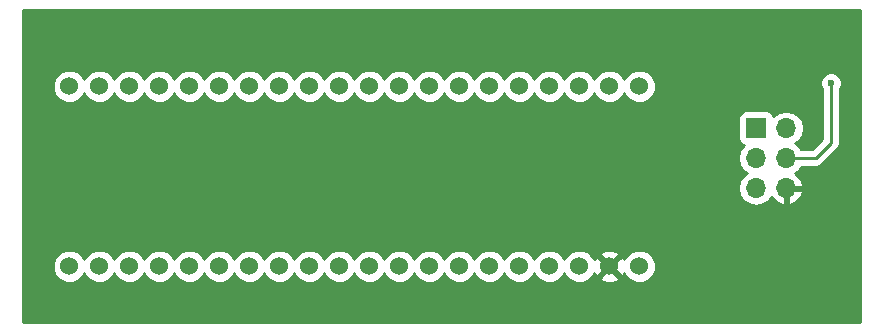
<source format=gtl>
G04 #@! TF.FileFunction,Copper,L1,Top,Signal*
%FSLAX46Y46*%
G04 Gerber Fmt 4.6, Leading zero omitted, Abs format (unit mm)*
G04 Created by KiCad (PCBNEW 4.0.6) date Mon Apr 17 18:07:37 2017*
%MOMM*%
%LPD*%
G01*
G04 APERTURE LIST*
%ADD10C,0.100000*%
%ADD11R,1.700000X1.700000*%
%ADD12O,1.700000X1.700000*%
%ADD13C,1.524000*%
%ADD14C,0.600000*%
%ADD15C,0.250000*%
%ADD16C,0.254000*%
G04 APERTURE END LIST*
D10*
D11*
X226060000Y-113030000D03*
D12*
X228600000Y-113030000D03*
X226060000Y-115570000D03*
X228600000Y-115570000D03*
X226060000Y-118110000D03*
X228600000Y-118110000D03*
D13*
X167915001Y-124735001D03*
X170455001Y-124735001D03*
X172995001Y-124735001D03*
X175535001Y-124735001D03*
X178075001Y-124735001D03*
X180615001Y-124735001D03*
X183155001Y-124735001D03*
X185695001Y-124735001D03*
X188235001Y-124735001D03*
X190775001Y-124735001D03*
X193315001Y-124735001D03*
X195855001Y-124735001D03*
X198395001Y-124735001D03*
X200935001Y-124735001D03*
X203475001Y-124735001D03*
X206015001Y-124735001D03*
X208555001Y-124735001D03*
X211095001Y-124735001D03*
X213635001Y-124735001D03*
X216175001Y-124735001D03*
X216175001Y-109495001D03*
X213635001Y-109495001D03*
X211095001Y-109495001D03*
X208555001Y-109495001D03*
X206015001Y-109495001D03*
X203475001Y-109495001D03*
X200935001Y-109495001D03*
X198395001Y-109495001D03*
X195855001Y-109495001D03*
X193315001Y-109495001D03*
X190775001Y-109495001D03*
X188235001Y-109495001D03*
X185695001Y-109495001D03*
X183155001Y-109495001D03*
X180615001Y-109495001D03*
X178075001Y-109495001D03*
X175535001Y-109495001D03*
X172995001Y-109495001D03*
X170455001Y-109495001D03*
X167915001Y-109495001D03*
D14*
X232410000Y-109220000D03*
D15*
X231140000Y-115570000D02*
X228600000Y-115570000D01*
X232410000Y-114300000D02*
X231140000Y-115570000D01*
X232410000Y-109220000D02*
X232410000Y-114300000D01*
D16*
G36*
X234823000Y-129413000D02*
X163957000Y-129413000D01*
X163957000Y-125011662D01*
X166517759Y-125011662D01*
X166729991Y-125525304D01*
X167122631Y-125918630D01*
X167635901Y-126131758D01*
X168191662Y-126132243D01*
X168705304Y-125920011D01*
X169098630Y-125527371D01*
X169184950Y-125319489D01*
X169269991Y-125525304D01*
X169662631Y-125918630D01*
X170175901Y-126131758D01*
X170731662Y-126132243D01*
X171245304Y-125920011D01*
X171638630Y-125527371D01*
X171724950Y-125319489D01*
X171809991Y-125525304D01*
X172202631Y-125918630D01*
X172715901Y-126131758D01*
X173271662Y-126132243D01*
X173785304Y-125920011D01*
X174178630Y-125527371D01*
X174264950Y-125319489D01*
X174349991Y-125525304D01*
X174742631Y-125918630D01*
X175255901Y-126131758D01*
X175811662Y-126132243D01*
X176325304Y-125920011D01*
X176718630Y-125527371D01*
X176804950Y-125319489D01*
X176889991Y-125525304D01*
X177282631Y-125918630D01*
X177795901Y-126131758D01*
X178351662Y-126132243D01*
X178865304Y-125920011D01*
X179258630Y-125527371D01*
X179344950Y-125319489D01*
X179429991Y-125525304D01*
X179822631Y-125918630D01*
X180335901Y-126131758D01*
X180891662Y-126132243D01*
X181405304Y-125920011D01*
X181798630Y-125527371D01*
X181884950Y-125319489D01*
X181969991Y-125525304D01*
X182362631Y-125918630D01*
X182875901Y-126131758D01*
X183431662Y-126132243D01*
X183945304Y-125920011D01*
X184338630Y-125527371D01*
X184424950Y-125319489D01*
X184509991Y-125525304D01*
X184902631Y-125918630D01*
X185415901Y-126131758D01*
X185971662Y-126132243D01*
X186485304Y-125920011D01*
X186878630Y-125527371D01*
X186964950Y-125319489D01*
X187049991Y-125525304D01*
X187442631Y-125918630D01*
X187955901Y-126131758D01*
X188511662Y-126132243D01*
X189025304Y-125920011D01*
X189418630Y-125527371D01*
X189504950Y-125319489D01*
X189589991Y-125525304D01*
X189982631Y-125918630D01*
X190495901Y-126131758D01*
X191051662Y-126132243D01*
X191565304Y-125920011D01*
X191958630Y-125527371D01*
X192044950Y-125319489D01*
X192129991Y-125525304D01*
X192522631Y-125918630D01*
X193035901Y-126131758D01*
X193591662Y-126132243D01*
X194105304Y-125920011D01*
X194498630Y-125527371D01*
X194584950Y-125319489D01*
X194669991Y-125525304D01*
X195062631Y-125918630D01*
X195575901Y-126131758D01*
X196131662Y-126132243D01*
X196645304Y-125920011D01*
X197038630Y-125527371D01*
X197124950Y-125319489D01*
X197209991Y-125525304D01*
X197602631Y-125918630D01*
X198115901Y-126131758D01*
X198671662Y-126132243D01*
X199185304Y-125920011D01*
X199578630Y-125527371D01*
X199664950Y-125319489D01*
X199749991Y-125525304D01*
X200142631Y-125918630D01*
X200655901Y-126131758D01*
X201211662Y-126132243D01*
X201725304Y-125920011D01*
X202118630Y-125527371D01*
X202204950Y-125319489D01*
X202289991Y-125525304D01*
X202682631Y-125918630D01*
X203195901Y-126131758D01*
X203751662Y-126132243D01*
X204265304Y-125920011D01*
X204658630Y-125527371D01*
X204744950Y-125319489D01*
X204829991Y-125525304D01*
X205222631Y-125918630D01*
X205735901Y-126131758D01*
X206291662Y-126132243D01*
X206805304Y-125920011D01*
X207198630Y-125527371D01*
X207284950Y-125319489D01*
X207369991Y-125525304D01*
X207762631Y-125918630D01*
X208275901Y-126131758D01*
X208831662Y-126132243D01*
X209345304Y-125920011D01*
X209738630Y-125527371D01*
X209824950Y-125319489D01*
X209909991Y-125525304D01*
X210302631Y-125918630D01*
X210815901Y-126131758D01*
X211371662Y-126132243D01*
X211885304Y-125920011D01*
X212090458Y-125715214D01*
X212834393Y-125715214D01*
X212903858Y-125957398D01*
X213427303Y-126144145D01*
X213982369Y-126116363D01*
X214366144Y-125957398D01*
X214435609Y-125715214D01*
X213635001Y-124914606D01*
X212834393Y-125715214D01*
X212090458Y-125715214D01*
X212278630Y-125527371D01*
X212358396Y-125335274D01*
X212412604Y-125466144D01*
X212654788Y-125535609D01*
X213455396Y-124735001D01*
X213814606Y-124735001D01*
X214615214Y-125535609D01*
X214857398Y-125466144D01*
X214907510Y-125325683D01*
X214989991Y-125525304D01*
X215382631Y-125918630D01*
X215895901Y-126131758D01*
X216451662Y-126132243D01*
X216965304Y-125920011D01*
X217358630Y-125527371D01*
X217571758Y-125014101D01*
X217572243Y-124458340D01*
X217360011Y-123944698D01*
X216967371Y-123551372D01*
X216454101Y-123338244D01*
X215898340Y-123337759D01*
X215384698Y-123549991D01*
X214991372Y-123942631D01*
X214911606Y-124134728D01*
X214857398Y-124003858D01*
X214615214Y-123934393D01*
X213814606Y-124735001D01*
X213455396Y-124735001D01*
X212654788Y-123934393D01*
X212412604Y-124003858D01*
X212362492Y-124144319D01*
X212280011Y-123944698D01*
X212090433Y-123754788D01*
X212834393Y-123754788D01*
X213635001Y-124555396D01*
X214435609Y-123754788D01*
X214366144Y-123512604D01*
X213842699Y-123325857D01*
X213287633Y-123353639D01*
X212903858Y-123512604D01*
X212834393Y-123754788D01*
X212090433Y-123754788D01*
X211887371Y-123551372D01*
X211374101Y-123338244D01*
X210818340Y-123337759D01*
X210304698Y-123549991D01*
X209911372Y-123942631D01*
X209825052Y-124150513D01*
X209740011Y-123944698D01*
X209347371Y-123551372D01*
X208834101Y-123338244D01*
X208278340Y-123337759D01*
X207764698Y-123549991D01*
X207371372Y-123942631D01*
X207285052Y-124150513D01*
X207200011Y-123944698D01*
X206807371Y-123551372D01*
X206294101Y-123338244D01*
X205738340Y-123337759D01*
X205224698Y-123549991D01*
X204831372Y-123942631D01*
X204745052Y-124150513D01*
X204660011Y-123944698D01*
X204267371Y-123551372D01*
X203754101Y-123338244D01*
X203198340Y-123337759D01*
X202684698Y-123549991D01*
X202291372Y-123942631D01*
X202205052Y-124150513D01*
X202120011Y-123944698D01*
X201727371Y-123551372D01*
X201214101Y-123338244D01*
X200658340Y-123337759D01*
X200144698Y-123549991D01*
X199751372Y-123942631D01*
X199665052Y-124150513D01*
X199580011Y-123944698D01*
X199187371Y-123551372D01*
X198674101Y-123338244D01*
X198118340Y-123337759D01*
X197604698Y-123549991D01*
X197211372Y-123942631D01*
X197125052Y-124150513D01*
X197040011Y-123944698D01*
X196647371Y-123551372D01*
X196134101Y-123338244D01*
X195578340Y-123337759D01*
X195064698Y-123549991D01*
X194671372Y-123942631D01*
X194585052Y-124150513D01*
X194500011Y-123944698D01*
X194107371Y-123551372D01*
X193594101Y-123338244D01*
X193038340Y-123337759D01*
X192524698Y-123549991D01*
X192131372Y-123942631D01*
X192045052Y-124150513D01*
X191960011Y-123944698D01*
X191567371Y-123551372D01*
X191054101Y-123338244D01*
X190498340Y-123337759D01*
X189984698Y-123549991D01*
X189591372Y-123942631D01*
X189505052Y-124150513D01*
X189420011Y-123944698D01*
X189027371Y-123551372D01*
X188514101Y-123338244D01*
X187958340Y-123337759D01*
X187444698Y-123549991D01*
X187051372Y-123942631D01*
X186965052Y-124150513D01*
X186880011Y-123944698D01*
X186487371Y-123551372D01*
X185974101Y-123338244D01*
X185418340Y-123337759D01*
X184904698Y-123549991D01*
X184511372Y-123942631D01*
X184425052Y-124150513D01*
X184340011Y-123944698D01*
X183947371Y-123551372D01*
X183434101Y-123338244D01*
X182878340Y-123337759D01*
X182364698Y-123549991D01*
X181971372Y-123942631D01*
X181885052Y-124150513D01*
X181800011Y-123944698D01*
X181407371Y-123551372D01*
X180894101Y-123338244D01*
X180338340Y-123337759D01*
X179824698Y-123549991D01*
X179431372Y-123942631D01*
X179345052Y-124150513D01*
X179260011Y-123944698D01*
X178867371Y-123551372D01*
X178354101Y-123338244D01*
X177798340Y-123337759D01*
X177284698Y-123549991D01*
X176891372Y-123942631D01*
X176805052Y-124150513D01*
X176720011Y-123944698D01*
X176327371Y-123551372D01*
X175814101Y-123338244D01*
X175258340Y-123337759D01*
X174744698Y-123549991D01*
X174351372Y-123942631D01*
X174265052Y-124150513D01*
X174180011Y-123944698D01*
X173787371Y-123551372D01*
X173274101Y-123338244D01*
X172718340Y-123337759D01*
X172204698Y-123549991D01*
X171811372Y-123942631D01*
X171725052Y-124150513D01*
X171640011Y-123944698D01*
X171247371Y-123551372D01*
X170734101Y-123338244D01*
X170178340Y-123337759D01*
X169664698Y-123549991D01*
X169271372Y-123942631D01*
X169185052Y-124150513D01*
X169100011Y-123944698D01*
X168707371Y-123551372D01*
X168194101Y-123338244D01*
X167638340Y-123337759D01*
X167124698Y-123549991D01*
X166731372Y-123942631D01*
X166518244Y-124455901D01*
X166517759Y-125011662D01*
X163957000Y-125011662D01*
X163957000Y-115570000D01*
X224545907Y-115570000D01*
X224658946Y-116138285D01*
X224980853Y-116620054D01*
X225310026Y-116840000D01*
X224980853Y-117059946D01*
X224658946Y-117541715D01*
X224545907Y-118110000D01*
X224658946Y-118678285D01*
X224980853Y-119160054D01*
X225462622Y-119481961D01*
X226030907Y-119595000D01*
X226089093Y-119595000D01*
X226657378Y-119481961D01*
X227139147Y-119160054D01*
X227328345Y-118876899D01*
X227328355Y-118876924D01*
X227718642Y-119305183D01*
X228243108Y-119551486D01*
X228473000Y-119430819D01*
X228473000Y-118237000D01*
X228727000Y-118237000D01*
X228727000Y-119430819D01*
X228956892Y-119551486D01*
X229481358Y-119305183D01*
X229871645Y-118876924D01*
X230041476Y-118466890D01*
X229920155Y-118237000D01*
X228727000Y-118237000D01*
X228473000Y-118237000D01*
X228453000Y-118237000D01*
X228453000Y-117983000D01*
X228473000Y-117983000D01*
X228473000Y-117963000D01*
X228727000Y-117963000D01*
X228727000Y-117983000D01*
X229920155Y-117983000D01*
X230041476Y-117753110D01*
X229871645Y-117343076D01*
X229481358Y-116914817D01*
X229338447Y-116847702D01*
X229679147Y-116620054D01*
X229872954Y-116330000D01*
X231140000Y-116330000D01*
X231430839Y-116272148D01*
X231677401Y-116107401D01*
X232947401Y-114837401D01*
X233112148Y-114590840D01*
X233170000Y-114300000D01*
X233170000Y-109782463D01*
X233202192Y-109750327D01*
X233344838Y-109406799D01*
X233345162Y-109034833D01*
X233203117Y-108691057D01*
X232940327Y-108427808D01*
X232596799Y-108285162D01*
X232224833Y-108284838D01*
X231881057Y-108426883D01*
X231617808Y-108689673D01*
X231475162Y-109033201D01*
X231474838Y-109405167D01*
X231616883Y-109748943D01*
X231650000Y-109782118D01*
X231650000Y-113985198D01*
X230825198Y-114810000D01*
X229872954Y-114810000D01*
X229679147Y-114519946D01*
X229349974Y-114300000D01*
X229679147Y-114080054D01*
X230001054Y-113598285D01*
X230114093Y-113030000D01*
X230001054Y-112461715D01*
X229679147Y-111979946D01*
X229197378Y-111658039D01*
X228629093Y-111545000D01*
X228570907Y-111545000D01*
X228002622Y-111658039D01*
X227520853Y-111979946D01*
X227520029Y-111981179D01*
X227513162Y-111944683D01*
X227374090Y-111728559D01*
X227161890Y-111583569D01*
X226910000Y-111532560D01*
X225210000Y-111532560D01*
X224974683Y-111576838D01*
X224758559Y-111715910D01*
X224613569Y-111928110D01*
X224562560Y-112180000D01*
X224562560Y-113880000D01*
X224606838Y-114115317D01*
X224745910Y-114331441D01*
X224958110Y-114476431D01*
X225025541Y-114490086D01*
X224980853Y-114519946D01*
X224658946Y-115001715D01*
X224545907Y-115570000D01*
X163957000Y-115570000D01*
X163957000Y-109771662D01*
X166517759Y-109771662D01*
X166729991Y-110285304D01*
X167122631Y-110678630D01*
X167635901Y-110891758D01*
X168191662Y-110892243D01*
X168705304Y-110680011D01*
X169098630Y-110287371D01*
X169184950Y-110079489D01*
X169269991Y-110285304D01*
X169662631Y-110678630D01*
X170175901Y-110891758D01*
X170731662Y-110892243D01*
X171245304Y-110680011D01*
X171638630Y-110287371D01*
X171724950Y-110079489D01*
X171809991Y-110285304D01*
X172202631Y-110678630D01*
X172715901Y-110891758D01*
X173271662Y-110892243D01*
X173785304Y-110680011D01*
X174178630Y-110287371D01*
X174264950Y-110079489D01*
X174349991Y-110285304D01*
X174742631Y-110678630D01*
X175255901Y-110891758D01*
X175811662Y-110892243D01*
X176325304Y-110680011D01*
X176718630Y-110287371D01*
X176804950Y-110079489D01*
X176889991Y-110285304D01*
X177282631Y-110678630D01*
X177795901Y-110891758D01*
X178351662Y-110892243D01*
X178865304Y-110680011D01*
X179258630Y-110287371D01*
X179344950Y-110079489D01*
X179429991Y-110285304D01*
X179822631Y-110678630D01*
X180335901Y-110891758D01*
X180891662Y-110892243D01*
X181405304Y-110680011D01*
X181798630Y-110287371D01*
X181884950Y-110079489D01*
X181969991Y-110285304D01*
X182362631Y-110678630D01*
X182875901Y-110891758D01*
X183431662Y-110892243D01*
X183945304Y-110680011D01*
X184338630Y-110287371D01*
X184424950Y-110079489D01*
X184509991Y-110285304D01*
X184902631Y-110678630D01*
X185415901Y-110891758D01*
X185971662Y-110892243D01*
X186485304Y-110680011D01*
X186878630Y-110287371D01*
X186964950Y-110079489D01*
X187049991Y-110285304D01*
X187442631Y-110678630D01*
X187955901Y-110891758D01*
X188511662Y-110892243D01*
X189025304Y-110680011D01*
X189418630Y-110287371D01*
X189504950Y-110079489D01*
X189589991Y-110285304D01*
X189982631Y-110678630D01*
X190495901Y-110891758D01*
X191051662Y-110892243D01*
X191565304Y-110680011D01*
X191958630Y-110287371D01*
X192044950Y-110079489D01*
X192129991Y-110285304D01*
X192522631Y-110678630D01*
X193035901Y-110891758D01*
X193591662Y-110892243D01*
X194105304Y-110680011D01*
X194498630Y-110287371D01*
X194584950Y-110079489D01*
X194669991Y-110285304D01*
X195062631Y-110678630D01*
X195575901Y-110891758D01*
X196131662Y-110892243D01*
X196645304Y-110680011D01*
X197038630Y-110287371D01*
X197124950Y-110079489D01*
X197209991Y-110285304D01*
X197602631Y-110678630D01*
X198115901Y-110891758D01*
X198671662Y-110892243D01*
X199185304Y-110680011D01*
X199578630Y-110287371D01*
X199664950Y-110079489D01*
X199749991Y-110285304D01*
X200142631Y-110678630D01*
X200655901Y-110891758D01*
X201211662Y-110892243D01*
X201725304Y-110680011D01*
X202118630Y-110287371D01*
X202204950Y-110079489D01*
X202289991Y-110285304D01*
X202682631Y-110678630D01*
X203195901Y-110891758D01*
X203751662Y-110892243D01*
X204265304Y-110680011D01*
X204658630Y-110287371D01*
X204744950Y-110079489D01*
X204829991Y-110285304D01*
X205222631Y-110678630D01*
X205735901Y-110891758D01*
X206291662Y-110892243D01*
X206805304Y-110680011D01*
X207198630Y-110287371D01*
X207284950Y-110079489D01*
X207369991Y-110285304D01*
X207762631Y-110678630D01*
X208275901Y-110891758D01*
X208831662Y-110892243D01*
X209345304Y-110680011D01*
X209738630Y-110287371D01*
X209824950Y-110079489D01*
X209909991Y-110285304D01*
X210302631Y-110678630D01*
X210815901Y-110891758D01*
X211371662Y-110892243D01*
X211885304Y-110680011D01*
X212278630Y-110287371D01*
X212364950Y-110079489D01*
X212449991Y-110285304D01*
X212842631Y-110678630D01*
X213355901Y-110891758D01*
X213911662Y-110892243D01*
X214425304Y-110680011D01*
X214818630Y-110287371D01*
X214904950Y-110079489D01*
X214989991Y-110285304D01*
X215382631Y-110678630D01*
X215895901Y-110891758D01*
X216451662Y-110892243D01*
X216965304Y-110680011D01*
X217358630Y-110287371D01*
X217571758Y-109774101D01*
X217572243Y-109218340D01*
X217360011Y-108704698D01*
X216967371Y-108311372D01*
X216454101Y-108098244D01*
X215898340Y-108097759D01*
X215384698Y-108309991D01*
X214991372Y-108702631D01*
X214905052Y-108910513D01*
X214820011Y-108704698D01*
X214427371Y-108311372D01*
X213914101Y-108098244D01*
X213358340Y-108097759D01*
X212844698Y-108309991D01*
X212451372Y-108702631D01*
X212365052Y-108910513D01*
X212280011Y-108704698D01*
X211887371Y-108311372D01*
X211374101Y-108098244D01*
X210818340Y-108097759D01*
X210304698Y-108309991D01*
X209911372Y-108702631D01*
X209825052Y-108910513D01*
X209740011Y-108704698D01*
X209347371Y-108311372D01*
X208834101Y-108098244D01*
X208278340Y-108097759D01*
X207764698Y-108309991D01*
X207371372Y-108702631D01*
X207285052Y-108910513D01*
X207200011Y-108704698D01*
X206807371Y-108311372D01*
X206294101Y-108098244D01*
X205738340Y-108097759D01*
X205224698Y-108309991D01*
X204831372Y-108702631D01*
X204745052Y-108910513D01*
X204660011Y-108704698D01*
X204267371Y-108311372D01*
X203754101Y-108098244D01*
X203198340Y-108097759D01*
X202684698Y-108309991D01*
X202291372Y-108702631D01*
X202205052Y-108910513D01*
X202120011Y-108704698D01*
X201727371Y-108311372D01*
X201214101Y-108098244D01*
X200658340Y-108097759D01*
X200144698Y-108309991D01*
X199751372Y-108702631D01*
X199665052Y-108910513D01*
X199580011Y-108704698D01*
X199187371Y-108311372D01*
X198674101Y-108098244D01*
X198118340Y-108097759D01*
X197604698Y-108309991D01*
X197211372Y-108702631D01*
X197125052Y-108910513D01*
X197040011Y-108704698D01*
X196647371Y-108311372D01*
X196134101Y-108098244D01*
X195578340Y-108097759D01*
X195064698Y-108309991D01*
X194671372Y-108702631D01*
X194585052Y-108910513D01*
X194500011Y-108704698D01*
X194107371Y-108311372D01*
X193594101Y-108098244D01*
X193038340Y-108097759D01*
X192524698Y-108309991D01*
X192131372Y-108702631D01*
X192045052Y-108910513D01*
X191960011Y-108704698D01*
X191567371Y-108311372D01*
X191054101Y-108098244D01*
X190498340Y-108097759D01*
X189984698Y-108309991D01*
X189591372Y-108702631D01*
X189505052Y-108910513D01*
X189420011Y-108704698D01*
X189027371Y-108311372D01*
X188514101Y-108098244D01*
X187958340Y-108097759D01*
X187444698Y-108309991D01*
X187051372Y-108702631D01*
X186965052Y-108910513D01*
X186880011Y-108704698D01*
X186487371Y-108311372D01*
X185974101Y-108098244D01*
X185418340Y-108097759D01*
X184904698Y-108309991D01*
X184511372Y-108702631D01*
X184425052Y-108910513D01*
X184340011Y-108704698D01*
X183947371Y-108311372D01*
X183434101Y-108098244D01*
X182878340Y-108097759D01*
X182364698Y-108309991D01*
X181971372Y-108702631D01*
X181885052Y-108910513D01*
X181800011Y-108704698D01*
X181407371Y-108311372D01*
X180894101Y-108098244D01*
X180338340Y-108097759D01*
X179824698Y-108309991D01*
X179431372Y-108702631D01*
X179345052Y-108910513D01*
X179260011Y-108704698D01*
X178867371Y-108311372D01*
X178354101Y-108098244D01*
X177798340Y-108097759D01*
X177284698Y-108309991D01*
X176891372Y-108702631D01*
X176805052Y-108910513D01*
X176720011Y-108704698D01*
X176327371Y-108311372D01*
X175814101Y-108098244D01*
X175258340Y-108097759D01*
X174744698Y-108309991D01*
X174351372Y-108702631D01*
X174265052Y-108910513D01*
X174180011Y-108704698D01*
X173787371Y-108311372D01*
X173274101Y-108098244D01*
X172718340Y-108097759D01*
X172204698Y-108309991D01*
X171811372Y-108702631D01*
X171725052Y-108910513D01*
X171640011Y-108704698D01*
X171247371Y-108311372D01*
X170734101Y-108098244D01*
X170178340Y-108097759D01*
X169664698Y-108309991D01*
X169271372Y-108702631D01*
X169185052Y-108910513D01*
X169100011Y-108704698D01*
X168707371Y-108311372D01*
X168194101Y-108098244D01*
X167638340Y-108097759D01*
X167124698Y-108309991D01*
X166731372Y-108702631D01*
X166518244Y-109215901D01*
X166517759Y-109771662D01*
X163957000Y-109771662D01*
X163957000Y-102997000D01*
X234823000Y-102997000D01*
X234823000Y-129413000D01*
X234823000Y-129413000D01*
G37*
X234823000Y-129413000D02*
X163957000Y-129413000D01*
X163957000Y-125011662D01*
X166517759Y-125011662D01*
X166729991Y-125525304D01*
X167122631Y-125918630D01*
X167635901Y-126131758D01*
X168191662Y-126132243D01*
X168705304Y-125920011D01*
X169098630Y-125527371D01*
X169184950Y-125319489D01*
X169269991Y-125525304D01*
X169662631Y-125918630D01*
X170175901Y-126131758D01*
X170731662Y-126132243D01*
X171245304Y-125920011D01*
X171638630Y-125527371D01*
X171724950Y-125319489D01*
X171809991Y-125525304D01*
X172202631Y-125918630D01*
X172715901Y-126131758D01*
X173271662Y-126132243D01*
X173785304Y-125920011D01*
X174178630Y-125527371D01*
X174264950Y-125319489D01*
X174349991Y-125525304D01*
X174742631Y-125918630D01*
X175255901Y-126131758D01*
X175811662Y-126132243D01*
X176325304Y-125920011D01*
X176718630Y-125527371D01*
X176804950Y-125319489D01*
X176889991Y-125525304D01*
X177282631Y-125918630D01*
X177795901Y-126131758D01*
X178351662Y-126132243D01*
X178865304Y-125920011D01*
X179258630Y-125527371D01*
X179344950Y-125319489D01*
X179429991Y-125525304D01*
X179822631Y-125918630D01*
X180335901Y-126131758D01*
X180891662Y-126132243D01*
X181405304Y-125920011D01*
X181798630Y-125527371D01*
X181884950Y-125319489D01*
X181969991Y-125525304D01*
X182362631Y-125918630D01*
X182875901Y-126131758D01*
X183431662Y-126132243D01*
X183945304Y-125920011D01*
X184338630Y-125527371D01*
X184424950Y-125319489D01*
X184509991Y-125525304D01*
X184902631Y-125918630D01*
X185415901Y-126131758D01*
X185971662Y-126132243D01*
X186485304Y-125920011D01*
X186878630Y-125527371D01*
X186964950Y-125319489D01*
X187049991Y-125525304D01*
X187442631Y-125918630D01*
X187955901Y-126131758D01*
X188511662Y-126132243D01*
X189025304Y-125920011D01*
X189418630Y-125527371D01*
X189504950Y-125319489D01*
X189589991Y-125525304D01*
X189982631Y-125918630D01*
X190495901Y-126131758D01*
X191051662Y-126132243D01*
X191565304Y-125920011D01*
X191958630Y-125527371D01*
X192044950Y-125319489D01*
X192129991Y-125525304D01*
X192522631Y-125918630D01*
X193035901Y-126131758D01*
X193591662Y-126132243D01*
X194105304Y-125920011D01*
X194498630Y-125527371D01*
X194584950Y-125319489D01*
X194669991Y-125525304D01*
X195062631Y-125918630D01*
X195575901Y-126131758D01*
X196131662Y-126132243D01*
X196645304Y-125920011D01*
X197038630Y-125527371D01*
X197124950Y-125319489D01*
X197209991Y-125525304D01*
X197602631Y-125918630D01*
X198115901Y-126131758D01*
X198671662Y-126132243D01*
X199185304Y-125920011D01*
X199578630Y-125527371D01*
X199664950Y-125319489D01*
X199749991Y-125525304D01*
X200142631Y-125918630D01*
X200655901Y-126131758D01*
X201211662Y-126132243D01*
X201725304Y-125920011D01*
X202118630Y-125527371D01*
X202204950Y-125319489D01*
X202289991Y-125525304D01*
X202682631Y-125918630D01*
X203195901Y-126131758D01*
X203751662Y-126132243D01*
X204265304Y-125920011D01*
X204658630Y-125527371D01*
X204744950Y-125319489D01*
X204829991Y-125525304D01*
X205222631Y-125918630D01*
X205735901Y-126131758D01*
X206291662Y-126132243D01*
X206805304Y-125920011D01*
X207198630Y-125527371D01*
X207284950Y-125319489D01*
X207369991Y-125525304D01*
X207762631Y-125918630D01*
X208275901Y-126131758D01*
X208831662Y-126132243D01*
X209345304Y-125920011D01*
X209738630Y-125527371D01*
X209824950Y-125319489D01*
X209909991Y-125525304D01*
X210302631Y-125918630D01*
X210815901Y-126131758D01*
X211371662Y-126132243D01*
X211885304Y-125920011D01*
X212090458Y-125715214D01*
X212834393Y-125715214D01*
X212903858Y-125957398D01*
X213427303Y-126144145D01*
X213982369Y-126116363D01*
X214366144Y-125957398D01*
X214435609Y-125715214D01*
X213635001Y-124914606D01*
X212834393Y-125715214D01*
X212090458Y-125715214D01*
X212278630Y-125527371D01*
X212358396Y-125335274D01*
X212412604Y-125466144D01*
X212654788Y-125535609D01*
X213455396Y-124735001D01*
X213814606Y-124735001D01*
X214615214Y-125535609D01*
X214857398Y-125466144D01*
X214907510Y-125325683D01*
X214989991Y-125525304D01*
X215382631Y-125918630D01*
X215895901Y-126131758D01*
X216451662Y-126132243D01*
X216965304Y-125920011D01*
X217358630Y-125527371D01*
X217571758Y-125014101D01*
X217572243Y-124458340D01*
X217360011Y-123944698D01*
X216967371Y-123551372D01*
X216454101Y-123338244D01*
X215898340Y-123337759D01*
X215384698Y-123549991D01*
X214991372Y-123942631D01*
X214911606Y-124134728D01*
X214857398Y-124003858D01*
X214615214Y-123934393D01*
X213814606Y-124735001D01*
X213455396Y-124735001D01*
X212654788Y-123934393D01*
X212412604Y-124003858D01*
X212362492Y-124144319D01*
X212280011Y-123944698D01*
X212090433Y-123754788D01*
X212834393Y-123754788D01*
X213635001Y-124555396D01*
X214435609Y-123754788D01*
X214366144Y-123512604D01*
X213842699Y-123325857D01*
X213287633Y-123353639D01*
X212903858Y-123512604D01*
X212834393Y-123754788D01*
X212090433Y-123754788D01*
X211887371Y-123551372D01*
X211374101Y-123338244D01*
X210818340Y-123337759D01*
X210304698Y-123549991D01*
X209911372Y-123942631D01*
X209825052Y-124150513D01*
X209740011Y-123944698D01*
X209347371Y-123551372D01*
X208834101Y-123338244D01*
X208278340Y-123337759D01*
X207764698Y-123549991D01*
X207371372Y-123942631D01*
X207285052Y-124150513D01*
X207200011Y-123944698D01*
X206807371Y-123551372D01*
X206294101Y-123338244D01*
X205738340Y-123337759D01*
X205224698Y-123549991D01*
X204831372Y-123942631D01*
X204745052Y-124150513D01*
X204660011Y-123944698D01*
X204267371Y-123551372D01*
X203754101Y-123338244D01*
X203198340Y-123337759D01*
X202684698Y-123549991D01*
X202291372Y-123942631D01*
X202205052Y-124150513D01*
X202120011Y-123944698D01*
X201727371Y-123551372D01*
X201214101Y-123338244D01*
X200658340Y-123337759D01*
X200144698Y-123549991D01*
X199751372Y-123942631D01*
X199665052Y-124150513D01*
X199580011Y-123944698D01*
X199187371Y-123551372D01*
X198674101Y-123338244D01*
X198118340Y-123337759D01*
X197604698Y-123549991D01*
X197211372Y-123942631D01*
X197125052Y-124150513D01*
X197040011Y-123944698D01*
X196647371Y-123551372D01*
X196134101Y-123338244D01*
X195578340Y-123337759D01*
X195064698Y-123549991D01*
X194671372Y-123942631D01*
X194585052Y-124150513D01*
X194500011Y-123944698D01*
X194107371Y-123551372D01*
X193594101Y-123338244D01*
X193038340Y-123337759D01*
X192524698Y-123549991D01*
X192131372Y-123942631D01*
X192045052Y-124150513D01*
X191960011Y-123944698D01*
X191567371Y-123551372D01*
X191054101Y-123338244D01*
X190498340Y-123337759D01*
X189984698Y-123549991D01*
X189591372Y-123942631D01*
X189505052Y-124150513D01*
X189420011Y-123944698D01*
X189027371Y-123551372D01*
X188514101Y-123338244D01*
X187958340Y-123337759D01*
X187444698Y-123549991D01*
X187051372Y-123942631D01*
X186965052Y-124150513D01*
X186880011Y-123944698D01*
X186487371Y-123551372D01*
X185974101Y-123338244D01*
X185418340Y-123337759D01*
X184904698Y-123549991D01*
X184511372Y-123942631D01*
X184425052Y-124150513D01*
X184340011Y-123944698D01*
X183947371Y-123551372D01*
X183434101Y-123338244D01*
X182878340Y-123337759D01*
X182364698Y-123549991D01*
X181971372Y-123942631D01*
X181885052Y-124150513D01*
X181800011Y-123944698D01*
X181407371Y-123551372D01*
X180894101Y-123338244D01*
X180338340Y-123337759D01*
X179824698Y-123549991D01*
X179431372Y-123942631D01*
X179345052Y-124150513D01*
X179260011Y-123944698D01*
X178867371Y-123551372D01*
X178354101Y-123338244D01*
X177798340Y-123337759D01*
X177284698Y-123549991D01*
X176891372Y-123942631D01*
X176805052Y-124150513D01*
X176720011Y-123944698D01*
X176327371Y-123551372D01*
X175814101Y-123338244D01*
X175258340Y-123337759D01*
X174744698Y-123549991D01*
X174351372Y-123942631D01*
X174265052Y-124150513D01*
X174180011Y-123944698D01*
X173787371Y-123551372D01*
X173274101Y-123338244D01*
X172718340Y-123337759D01*
X172204698Y-123549991D01*
X171811372Y-123942631D01*
X171725052Y-124150513D01*
X171640011Y-123944698D01*
X171247371Y-123551372D01*
X170734101Y-123338244D01*
X170178340Y-123337759D01*
X169664698Y-123549991D01*
X169271372Y-123942631D01*
X169185052Y-124150513D01*
X169100011Y-123944698D01*
X168707371Y-123551372D01*
X168194101Y-123338244D01*
X167638340Y-123337759D01*
X167124698Y-123549991D01*
X166731372Y-123942631D01*
X166518244Y-124455901D01*
X166517759Y-125011662D01*
X163957000Y-125011662D01*
X163957000Y-115570000D01*
X224545907Y-115570000D01*
X224658946Y-116138285D01*
X224980853Y-116620054D01*
X225310026Y-116840000D01*
X224980853Y-117059946D01*
X224658946Y-117541715D01*
X224545907Y-118110000D01*
X224658946Y-118678285D01*
X224980853Y-119160054D01*
X225462622Y-119481961D01*
X226030907Y-119595000D01*
X226089093Y-119595000D01*
X226657378Y-119481961D01*
X227139147Y-119160054D01*
X227328345Y-118876899D01*
X227328355Y-118876924D01*
X227718642Y-119305183D01*
X228243108Y-119551486D01*
X228473000Y-119430819D01*
X228473000Y-118237000D01*
X228727000Y-118237000D01*
X228727000Y-119430819D01*
X228956892Y-119551486D01*
X229481358Y-119305183D01*
X229871645Y-118876924D01*
X230041476Y-118466890D01*
X229920155Y-118237000D01*
X228727000Y-118237000D01*
X228473000Y-118237000D01*
X228453000Y-118237000D01*
X228453000Y-117983000D01*
X228473000Y-117983000D01*
X228473000Y-117963000D01*
X228727000Y-117963000D01*
X228727000Y-117983000D01*
X229920155Y-117983000D01*
X230041476Y-117753110D01*
X229871645Y-117343076D01*
X229481358Y-116914817D01*
X229338447Y-116847702D01*
X229679147Y-116620054D01*
X229872954Y-116330000D01*
X231140000Y-116330000D01*
X231430839Y-116272148D01*
X231677401Y-116107401D01*
X232947401Y-114837401D01*
X233112148Y-114590840D01*
X233170000Y-114300000D01*
X233170000Y-109782463D01*
X233202192Y-109750327D01*
X233344838Y-109406799D01*
X233345162Y-109034833D01*
X233203117Y-108691057D01*
X232940327Y-108427808D01*
X232596799Y-108285162D01*
X232224833Y-108284838D01*
X231881057Y-108426883D01*
X231617808Y-108689673D01*
X231475162Y-109033201D01*
X231474838Y-109405167D01*
X231616883Y-109748943D01*
X231650000Y-109782118D01*
X231650000Y-113985198D01*
X230825198Y-114810000D01*
X229872954Y-114810000D01*
X229679147Y-114519946D01*
X229349974Y-114300000D01*
X229679147Y-114080054D01*
X230001054Y-113598285D01*
X230114093Y-113030000D01*
X230001054Y-112461715D01*
X229679147Y-111979946D01*
X229197378Y-111658039D01*
X228629093Y-111545000D01*
X228570907Y-111545000D01*
X228002622Y-111658039D01*
X227520853Y-111979946D01*
X227520029Y-111981179D01*
X227513162Y-111944683D01*
X227374090Y-111728559D01*
X227161890Y-111583569D01*
X226910000Y-111532560D01*
X225210000Y-111532560D01*
X224974683Y-111576838D01*
X224758559Y-111715910D01*
X224613569Y-111928110D01*
X224562560Y-112180000D01*
X224562560Y-113880000D01*
X224606838Y-114115317D01*
X224745910Y-114331441D01*
X224958110Y-114476431D01*
X225025541Y-114490086D01*
X224980853Y-114519946D01*
X224658946Y-115001715D01*
X224545907Y-115570000D01*
X163957000Y-115570000D01*
X163957000Y-109771662D01*
X166517759Y-109771662D01*
X166729991Y-110285304D01*
X167122631Y-110678630D01*
X167635901Y-110891758D01*
X168191662Y-110892243D01*
X168705304Y-110680011D01*
X169098630Y-110287371D01*
X169184950Y-110079489D01*
X169269991Y-110285304D01*
X169662631Y-110678630D01*
X170175901Y-110891758D01*
X170731662Y-110892243D01*
X171245304Y-110680011D01*
X171638630Y-110287371D01*
X171724950Y-110079489D01*
X171809991Y-110285304D01*
X172202631Y-110678630D01*
X172715901Y-110891758D01*
X173271662Y-110892243D01*
X173785304Y-110680011D01*
X174178630Y-110287371D01*
X174264950Y-110079489D01*
X174349991Y-110285304D01*
X174742631Y-110678630D01*
X175255901Y-110891758D01*
X175811662Y-110892243D01*
X176325304Y-110680011D01*
X176718630Y-110287371D01*
X176804950Y-110079489D01*
X176889991Y-110285304D01*
X177282631Y-110678630D01*
X177795901Y-110891758D01*
X178351662Y-110892243D01*
X178865304Y-110680011D01*
X179258630Y-110287371D01*
X179344950Y-110079489D01*
X179429991Y-110285304D01*
X179822631Y-110678630D01*
X180335901Y-110891758D01*
X180891662Y-110892243D01*
X181405304Y-110680011D01*
X181798630Y-110287371D01*
X181884950Y-110079489D01*
X181969991Y-110285304D01*
X182362631Y-110678630D01*
X182875901Y-110891758D01*
X183431662Y-110892243D01*
X183945304Y-110680011D01*
X184338630Y-110287371D01*
X184424950Y-110079489D01*
X184509991Y-110285304D01*
X184902631Y-110678630D01*
X185415901Y-110891758D01*
X185971662Y-110892243D01*
X186485304Y-110680011D01*
X186878630Y-110287371D01*
X186964950Y-110079489D01*
X187049991Y-110285304D01*
X187442631Y-110678630D01*
X187955901Y-110891758D01*
X188511662Y-110892243D01*
X189025304Y-110680011D01*
X189418630Y-110287371D01*
X189504950Y-110079489D01*
X189589991Y-110285304D01*
X189982631Y-110678630D01*
X190495901Y-110891758D01*
X191051662Y-110892243D01*
X191565304Y-110680011D01*
X191958630Y-110287371D01*
X192044950Y-110079489D01*
X192129991Y-110285304D01*
X192522631Y-110678630D01*
X193035901Y-110891758D01*
X193591662Y-110892243D01*
X194105304Y-110680011D01*
X194498630Y-110287371D01*
X194584950Y-110079489D01*
X194669991Y-110285304D01*
X195062631Y-110678630D01*
X195575901Y-110891758D01*
X196131662Y-110892243D01*
X196645304Y-110680011D01*
X197038630Y-110287371D01*
X197124950Y-110079489D01*
X197209991Y-110285304D01*
X197602631Y-110678630D01*
X198115901Y-110891758D01*
X198671662Y-110892243D01*
X199185304Y-110680011D01*
X199578630Y-110287371D01*
X199664950Y-110079489D01*
X199749991Y-110285304D01*
X200142631Y-110678630D01*
X200655901Y-110891758D01*
X201211662Y-110892243D01*
X201725304Y-110680011D01*
X202118630Y-110287371D01*
X202204950Y-110079489D01*
X202289991Y-110285304D01*
X202682631Y-110678630D01*
X203195901Y-110891758D01*
X203751662Y-110892243D01*
X204265304Y-110680011D01*
X204658630Y-110287371D01*
X204744950Y-110079489D01*
X204829991Y-110285304D01*
X205222631Y-110678630D01*
X205735901Y-110891758D01*
X206291662Y-110892243D01*
X206805304Y-110680011D01*
X207198630Y-110287371D01*
X207284950Y-110079489D01*
X207369991Y-110285304D01*
X207762631Y-110678630D01*
X208275901Y-110891758D01*
X208831662Y-110892243D01*
X209345304Y-110680011D01*
X209738630Y-110287371D01*
X209824950Y-110079489D01*
X209909991Y-110285304D01*
X210302631Y-110678630D01*
X210815901Y-110891758D01*
X211371662Y-110892243D01*
X211885304Y-110680011D01*
X212278630Y-110287371D01*
X212364950Y-110079489D01*
X212449991Y-110285304D01*
X212842631Y-110678630D01*
X213355901Y-110891758D01*
X213911662Y-110892243D01*
X214425304Y-110680011D01*
X214818630Y-110287371D01*
X214904950Y-110079489D01*
X214989991Y-110285304D01*
X215382631Y-110678630D01*
X215895901Y-110891758D01*
X216451662Y-110892243D01*
X216965304Y-110680011D01*
X217358630Y-110287371D01*
X217571758Y-109774101D01*
X217572243Y-109218340D01*
X217360011Y-108704698D01*
X216967371Y-108311372D01*
X216454101Y-108098244D01*
X215898340Y-108097759D01*
X215384698Y-108309991D01*
X214991372Y-108702631D01*
X214905052Y-108910513D01*
X214820011Y-108704698D01*
X214427371Y-108311372D01*
X213914101Y-108098244D01*
X213358340Y-108097759D01*
X212844698Y-108309991D01*
X212451372Y-108702631D01*
X212365052Y-108910513D01*
X212280011Y-108704698D01*
X211887371Y-108311372D01*
X211374101Y-108098244D01*
X210818340Y-108097759D01*
X210304698Y-108309991D01*
X209911372Y-108702631D01*
X209825052Y-108910513D01*
X209740011Y-108704698D01*
X209347371Y-108311372D01*
X208834101Y-108098244D01*
X208278340Y-108097759D01*
X207764698Y-108309991D01*
X207371372Y-108702631D01*
X207285052Y-108910513D01*
X207200011Y-108704698D01*
X206807371Y-108311372D01*
X206294101Y-108098244D01*
X205738340Y-108097759D01*
X205224698Y-108309991D01*
X204831372Y-108702631D01*
X204745052Y-108910513D01*
X204660011Y-108704698D01*
X204267371Y-108311372D01*
X203754101Y-108098244D01*
X203198340Y-108097759D01*
X202684698Y-108309991D01*
X202291372Y-108702631D01*
X202205052Y-108910513D01*
X202120011Y-108704698D01*
X201727371Y-108311372D01*
X201214101Y-108098244D01*
X200658340Y-108097759D01*
X200144698Y-108309991D01*
X199751372Y-108702631D01*
X199665052Y-108910513D01*
X199580011Y-108704698D01*
X199187371Y-108311372D01*
X198674101Y-108098244D01*
X198118340Y-108097759D01*
X197604698Y-108309991D01*
X197211372Y-108702631D01*
X197125052Y-108910513D01*
X197040011Y-108704698D01*
X196647371Y-108311372D01*
X196134101Y-108098244D01*
X195578340Y-108097759D01*
X195064698Y-108309991D01*
X194671372Y-108702631D01*
X194585052Y-108910513D01*
X194500011Y-108704698D01*
X194107371Y-108311372D01*
X193594101Y-108098244D01*
X193038340Y-108097759D01*
X192524698Y-108309991D01*
X192131372Y-108702631D01*
X192045052Y-108910513D01*
X191960011Y-108704698D01*
X191567371Y-108311372D01*
X191054101Y-108098244D01*
X190498340Y-108097759D01*
X189984698Y-108309991D01*
X189591372Y-108702631D01*
X189505052Y-108910513D01*
X189420011Y-108704698D01*
X189027371Y-108311372D01*
X188514101Y-108098244D01*
X187958340Y-108097759D01*
X187444698Y-108309991D01*
X187051372Y-108702631D01*
X186965052Y-108910513D01*
X186880011Y-108704698D01*
X186487371Y-108311372D01*
X185974101Y-108098244D01*
X185418340Y-108097759D01*
X184904698Y-108309991D01*
X184511372Y-108702631D01*
X184425052Y-108910513D01*
X184340011Y-108704698D01*
X183947371Y-108311372D01*
X183434101Y-108098244D01*
X182878340Y-108097759D01*
X182364698Y-108309991D01*
X181971372Y-108702631D01*
X181885052Y-108910513D01*
X181800011Y-108704698D01*
X181407371Y-108311372D01*
X180894101Y-108098244D01*
X180338340Y-108097759D01*
X179824698Y-108309991D01*
X179431372Y-108702631D01*
X179345052Y-108910513D01*
X179260011Y-108704698D01*
X178867371Y-108311372D01*
X178354101Y-108098244D01*
X177798340Y-108097759D01*
X177284698Y-108309991D01*
X176891372Y-108702631D01*
X176805052Y-108910513D01*
X176720011Y-108704698D01*
X176327371Y-108311372D01*
X175814101Y-108098244D01*
X175258340Y-108097759D01*
X174744698Y-108309991D01*
X174351372Y-108702631D01*
X174265052Y-108910513D01*
X174180011Y-108704698D01*
X173787371Y-108311372D01*
X173274101Y-108098244D01*
X172718340Y-108097759D01*
X172204698Y-108309991D01*
X171811372Y-108702631D01*
X171725052Y-108910513D01*
X171640011Y-108704698D01*
X171247371Y-108311372D01*
X170734101Y-108098244D01*
X170178340Y-108097759D01*
X169664698Y-108309991D01*
X169271372Y-108702631D01*
X169185052Y-108910513D01*
X169100011Y-108704698D01*
X168707371Y-108311372D01*
X168194101Y-108098244D01*
X167638340Y-108097759D01*
X167124698Y-108309991D01*
X166731372Y-108702631D01*
X166518244Y-109215901D01*
X166517759Y-109771662D01*
X163957000Y-109771662D01*
X163957000Y-102997000D01*
X234823000Y-102997000D01*
X234823000Y-129413000D01*
M02*

</source>
